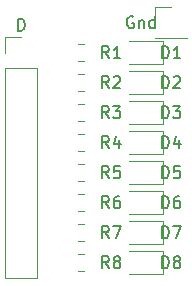
<source format=gbr>
%TF.GenerationSoftware,KiCad,Pcbnew,(5.1.8)-1*%
%TF.CreationDate,2023-01-12T00:20:28+03:00*%
%TF.ProjectId,LED8,4c454438-2e6b-4696-9361-645f70636258,rev?*%
%TF.SameCoordinates,Original*%
%TF.FileFunction,Legend,Top*%
%TF.FilePolarity,Positive*%
%FSLAX46Y46*%
G04 Gerber Fmt 4.6, Leading zero omitted, Abs format (unit mm)*
G04 Created by KiCad (PCBNEW (5.1.8)-1) date 2023-01-12 00:20:28*
%MOMM*%
%LPD*%
G01*
G04 APERTURE LIST*
%ADD10C,0.120000*%
%ADD11C,0.150000*%
G04 APERTURE END LIST*
D10*
%TO.C,D1*%
X78060000Y-24440000D02*
X75200000Y-24440000D01*
X78060000Y-26360000D02*
X78060000Y-24440000D01*
X75200000Y-26360000D02*
X78060000Y-26360000D01*
%TO.C,D2*%
X75200000Y-28900000D02*
X78060000Y-28900000D01*
X78060000Y-28900000D02*
X78060000Y-26980000D01*
X78060000Y-26980000D02*
X75200000Y-26980000D01*
%TO.C,D3*%
X78060000Y-29520000D02*
X75200000Y-29520000D01*
X78060000Y-31440000D02*
X78060000Y-29520000D01*
X75200000Y-31440000D02*
X78060000Y-31440000D01*
%TO.C,D4*%
X75200000Y-33980000D02*
X78060000Y-33980000D01*
X78060000Y-33980000D02*
X78060000Y-32060000D01*
X78060000Y-32060000D02*
X75200000Y-32060000D01*
%TO.C,D5*%
X75200000Y-36520000D02*
X78060000Y-36520000D01*
X78060000Y-36520000D02*
X78060000Y-34600000D01*
X78060000Y-34600000D02*
X75200000Y-34600000D01*
%TO.C,D6*%
X78060000Y-37140000D02*
X75200000Y-37140000D01*
X78060000Y-39060000D02*
X78060000Y-37140000D01*
X75200000Y-39060000D02*
X78060000Y-39060000D01*
%TO.C,D7*%
X75200000Y-41600000D02*
X78060000Y-41600000D01*
X78060000Y-41600000D02*
X78060000Y-39680000D01*
X78060000Y-39680000D02*
X75200000Y-39680000D01*
%TO.C,D8*%
X78060000Y-42220000D02*
X75200000Y-42220000D01*
X78060000Y-44140000D02*
X78060000Y-42220000D01*
X75200000Y-44140000D02*
X78060000Y-44140000D01*
%TO.C,D*%
X64710000Y-44510000D02*
X67370000Y-44510000D01*
X64710000Y-26670000D02*
X64710000Y-44510000D01*
X67370000Y-26670000D02*
X67370000Y-44510000D01*
X64710000Y-26670000D02*
X67370000Y-26670000D01*
X64710000Y-25400000D02*
X64710000Y-24070000D01*
X64710000Y-24070000D02*
X66040000Y-24070000D01*
%TO.C,Gnd*%
X77410000Y-24190000D02*
X80070000Y-24190000D01*
X77410000Y-24130000D02*
X77410000Y-24190000D01*
X80070000Y-24130000D02*
X80070000Y-24190000D01*
X77410000Y-24130000D02*
X80070000Y-24130000D01*
X77410000Y-22860000D02*
X77410000Y-21530000D01*
X77410000Y-21530000D02*
X78740000Y-21530000D01*
%TO.C,R1*%
X71347064Y-24665000D02*
X70892936Y-24665000D01*
X71347064Y-26135000D02*
X70892936Y-26135000D01*
%TO.C,R2*%
X71347064Y-27205000D02*
X70892936Y-27205000D01*
X71347064Y-28675000D02*
X70892936Y-28675000D01*
%TO.C,R3*%
X71347064Y-29745000D02*
X70892936Y-29745000D01*
X71347064Y-31215000D02*
X70892936Y-31215000D01*
%TO.C,R4*%
X71347064Y-33755000D02*
X70892936Y-33755000D01*
X71347064Y-32285000D02*
X70892936Y-32285000D01*
%TO.C,R5*%
X71347064Y-36295000D02*
X70892936Y-36295000D01*
X71347064Y-34825000D02*
X70892936Y-34825000D01*
%TO.C,R6*%
X71347064Y-37365000D02*
X70892936Y-37365000D01*
X71347064Y-38835000D02*
X70892936Y-38835000D01*
%TO.C,R7*%
X71347064Y-41375000D02*
X70892936Y-41375000D01*
X71347064Y-39905000D02*
X70892936Y-39905000D01*
%TO.C,R8*%
X71347064Y-43915000D02*
X70892936Y-43915000D01*
X71347064Y-42445000D02*
X70892936Y-42445000D01*
%TO.C,D1*%
D11*
X78001904Y-25852380D02*
X78001904Y-24852380D01*
X78240000Y-24852380D01*
X78382857Y-24900000D01*
X78478095Y-24995238D01*
X78525714Y-25090476D01*
X78573333Y-25280952D01*
X78573333Y-25423809D01*
X78525714Y-25614285D01*
X78478095Y-25709523D01*
X78382857Y-25804761D01*
X78240000Y-25852380D01*
X78001904Y-25852380D01*
X79525714Y-25852380D02*
X78954285Y-25852380D01*
X79240000Y-25852380D02*
X79240000Y-24852380D01*
X79144761Y-24995238D01*
X79049523Y-25090476D01*
X78954285Y-25138095D01*
%TO.C,D2*%
X78001904Y-28392380D02*
X78001904Y-27392380D01*
X78240000Y-27392380D01*
X78382857Y-27440000D01*
X78478095Y-27535238D01*
X78525714Y-27630476D01*
X78573333Y-27820952D01*
X78573333Y-27963809D01*
X78525714Y-28154285D01*
X78478095Y-28249523D01*
X78382857Y-28344761D01*
X78240000Y-28392380D01*
X78001904Y-28392380D01*
X78954285Y-27487619D02*
X79001904Y-27440000D01*
X79097142Y-27392380D01*
X79335238Y-27392380D01*
X79430476Y-27440000D01*
X79478095Y-27487619D01*
X79525714Y-27582857D01*
X79525714Y-27678095D01*
X79478095Y-27820952D01*
X78906666Y-28392380D01*
X79525714Y-28392380D01*
%TO.C,D3*%
X78001904Y-30932380D02*
X78001904Y-29932380D01*
X78240000Y-29932380D01*
X78382857Y-29980000D01*
X78478095Y-30075238D01*
X78525714Y-30170476D01*
X78573333Y-30360952D01*
X78573333Y-30503809D01*
X78525714Y-30694285D01*
X78478095Y-30789523D01*
X78382857Y-30884761D01*
X78240000Y-30932380D01*
X78001904Y-30932380D01*
X78906666Y-29932380D02*
X79525714Y-29932380D01*
X79192380Y-30313333D01*
X79335238Y-30313333D01*
X79430476Y-30360952D01*
X79478095Y-30408571D01*
X79525714Y-30503809D01*
X79525714Y-30741904D01*
X79478095Y-30837142D01*
X79430476Y-30884761D01*
X79335238Y-30932380D01*
X79049523Y-30932380D01*
X78954285Y-30884761D01*
X78906666Y-30837142D01*
%TO.C,D4*%
X78001904Y-33472380D02*
X78001904Y-32472380D01*
X78240000Y-32472380D01*
X78382857Y-32520000D01*
X78478095Y-32615238D01*
X78525714Y-32710476D01*
X78573333Y-32900952D01*
X78573333Y-33043809D01*
X78525714Y-33234285D01*
X78478095Y-33329523D01*
X78382857Y-33424761D01*
X78240000Y-33472380D01*
X78001904Y-33472380D01*
X79430476Y-32805714D02*
X79430476Y-33472380D01*
X79192380Y-32424761D02*
X78954285Y-33139047D01*
X79573333Y-33139047D01*
%TO.C,D5*%
X78001904Y-36012380D02*
X78001904Y-35012380D01*
X78240000Y-35012380D01*
X78382857Y-35060000D01*
X78478095Y-35155238D01*
X78525714Y-35250476D01*
X78573333Y-35440952D01*
X78573333Y-35583809D01*
X78525714Y-35774285D01*
X78478095Y-35869523D01*
X78382857Y-35964761D01*
X78240000Y-36012380D01*
X78001904Y-36012380D01*
X79478095Y-35012380D02*
X79001904Y-35012380D01*
X78954285Y-35488571D01*
X79001904Y-35440952D01*
X79097142Y-35393333D01*
X79335238Y-35393333D01*
X79430476Y-35440952D01*
X79478095Y-35488571D01*
X79525714Y-35583809D01*
X79525714Y-35821904D01*
X79478095Y-35917142D01*
X79430476Y-35964761D01*
X79335238Y-36012380D01*
X79097142Y-36012380D01*
X79001904Y-35964761D01*
X78954285Y-35917142D01*
%TO.C,D6*%
X78001904Y-38552380D02*
X78001904Y-37552380D01*
X78240000Y-37552380D01*
X78382857Y-37600000D01*
X78478095Y-37695238D01*
X78525714Y-37790476D01*
X78573333Y-37980952D01*
X78573333Y-38123809D01*
X78525714Y-38314285D01*
X78478095Y-38409523D01*
X78382857Y-38504761D01*
X78240000Y-38552380D01*
X78001904Y-38552380D01*
X79430476Y-37552380D02*
X79240000Y-37552380D01*
X79144761Y-37600000D01*
X79097142Y-37647619D01*
X79001904Y-37790476D01*
X78954285Y-37980952D01*
X78954285Y-38361904D01*
X79001904Y-38457142D01*
X79049523Y-38504761D01*
X79144761Y-38552380D01*
X79335238Y-38552380D01*
X79430476Y-38504761D01*
X79478095Y-38457142D01*
X79525714Y-38361904D01*
X79525714Y-38123809D01*
X79478095Y-38028571D01*
X79430476Y-37980952D01*
X79335238Y-37933333D01*
X79144761Y-37933333D01*
X79049523Y-37980952D01*
X79001904Y-38028571D01*
X78954285Y-38123809D01*
%TO.C,D7*%
X78001904Y-41092380D02*
X78001904Y-40092380D01*
X78240000Y-40092380D01*
X78382857Y-40140000D01*
X78478095Y-40235238D01*
X78525714Y-40330476D01*
X78573333Y-40520952D01*
X78573333Y-40663809D01*
X78525714Y-40854285D01*
X78478095Y-40949523D01*
X78382857Y-41044761D01*
X78240000Y-41092380D01*
X78001904Y-41092380D01*
X78906666Y-40092380D02*
X79573333Y-40092380D01*
X79144761Y-41092380D01*
%TO.C,D8*%
X78001904Y-43632380D02*
X78001904Y-42632380D01*
X78240000Y-42632380D01*
X78382857Y-42680000D01*
X78478095Y-42775238D01*
X78525714Y-42870476D01*
X78573333Y-43060952D01*
X78573333Y-43203809D01*
X78525714Y-43394285D01*
X78478095Y-43489523D01*
X78382857Y-43584761D01*
X78240000Y-43632380D01*
X78001904Y-43632380D01*
X79144761Y-43060952D02*
X79049523Y-43013333D01*
X79001904Y-42965714D01*
X78954285Y-42870476D01*
X78954285Y-42822857D01*
X79001904Y-42727619D01*
X79049523Y-42680000D01*
X79144761Y-42632380D01*
X79335238Y-42632380D01*
X79430476Y-42680000D01*
X79478095Y-42727619D01*
X79525714Y-42822857D01*
X79525714Y-42870476D01*
X79478095Y-42965714D01*
X79430476Y-43013333D01*
X79335238Y-43060952D01*
X79144761Y-43060952D01*
X79049523Y-43108571D01*
X79001904Y-43156190D01*
X78954285Y-43251428D01*
X78954285Y-43441904D01*
X79001904Y-43537142D01*
X79049523Y-43584761D01*
X79144761Y-43632380D01*
X79335238Y-43632380D01*
X79430476Y-43584761D01*
X79478095Y-43537142D01*
X79525714Y-43441904D01*
X79525714Y-43251428D01*
X79478095Y-43156190D01*
X79430476Y-43108571D01*
X79335238Y-43060952D01*
%TO.C,D*%
X65778095Y-23522380D02*
X65778095Y-22522380D01*
X66016190Y-22522380D01*
X66159047Y-22570000D01*
X66254285Y-22665238D01*
X66301904Y-22760476D01*
X66349523Y-22950952D01*
X66349523Y-23093809D01*
X66301904Y-23284285D01*
X66254285Y-23379523D01*
X66159047Y-23474761D01*
X66016190Y-23522380D01*
X65778095Y-23522380D01*
%TO.C,Gnd*%
X75557142Y-22360000D02*
X75461904Y-22312380D01*
X75319047Y-22312380D01*
X75176190Y-22360000D01*
X75080952Y-22455238D01*
X75033333Y-22550476D01*
X74985714Y-22740952D01*
X74985714Y-22883809D01*
X75033333Y-23074285D01*
X75080952Y-23169523D01*
X75176190Y-23264761D01*
X75319047Y-23312380D01*
X75414285Y-23312380D01*
X75557142Y-23264761D01*
X75604761Y-23217142D01*
X75604761Y-22883809D01*
X75414285Y-22883809D01*
X76033333Y-22645714D02*
X76033333Y-23312380D01*
X76033333Y-22740952D02*
X76080952Y-22693333D01*
X76176190Y-22645714D01*
X76319047Y-22645714D01*
X76414285Y-22693333D01*
X76461904Y-22788571D01*
X76461904Y-23312380D01*
X77366666Y-23312380D02*
X77366666Y-22312380D01*
X77366666Y-23264761D02*
X77271428Y-23312380D01*
X77080952Y-23312380D01*
X76985714Y-23264761D01*
X76938095Y-23217142D01*
X76890476Y-23121904D01*
X76890476Y-22836190D01*
X76938095Y-22740952D01*
X76985714Y-22693333D01*
X77080952Y-22645714D01*
X77271428Y-22645714D01*
X77366666Y-22693333D01*
%TO.C,R1*%
X73493333Y-25852380D02*
X73160000Y-25376190D01*
X72921904Y-25852380D02*
X72921904Y-24852380D01*
X73302857Y-24852380D01*
X73398095Y-24900000D01*
X73445714Y-24947619D01*
X73493333Y-25042857D01*
X73493333Y-25185714D01*
X73445714Y-25280952D01*
X73398095Y-25328571D01*
X73302857Y-25376190D01*
X72921904Y-25376190D01*
X74445714Y-25852380D02*
X73874285Y-25852380D01*
X74160000Y-25852380D02*
X74160000Y-24852380D01*
X74064761Y-24995238D01*
X73969523Y-25090476D01*
X73874285Y-25138095D01*
%TO.C,R2*%
X73493333Y-28392380D02*
X73160000Y-27916190D01*
X72921904Y-28392380D02*
X72921904Y-27392380D01*
X73302857Y-27392380D01*
X73398095Y-27440000D01*
X73445714Y-27487619D01*
X73493333Y-27582857D01*
X73493333Y-27725714D01*
X73445714Y-27820952D01*
X73398095Y-27868571D01*
X73302857Y-27916190D01*
X72921904Y-27916190D01*
X73874285Y-27487619D02*
X73921904Y-27440000D01*
X74017142Y-27392380D01*
X74255238Y-27392380D01*
X74350476Y-27440000D01*
X74398095Y-27487619D01*
X74445714Y-27582857D01*
X74445714Y-27678095D01*
X74398095Y-27820952D01*
X73826666Y-28392380D01*
X74445714Y-28392380D01*
%TO.C,R3*%
X73493333Y-30932380D02*
X73160000Y-30456190D01*
X72921904Y-30932380D02*
X72921904Y-29932380D01*
X73302857Y-29932380D01*
X73398095Y-29980000D01*
X73445714Y-30027619D01*
X73493333Y-30122857D01*
X73493333Y-30265714D01*
X73445714Y-30360952D01*
X73398095Y-30408571D01*
X73302857Y-30456190D01*
X72921904Y-30456190D01*
X73826666Y-29932380D02*
X74445714Y-29932380D01*
X74112380Y-30313333D01*
X74255238Y-30313333D01*
X74350476Y-30360952D01*
X74398095Y-30408571D01*
X74445714Y-30503809D01*
X74445714Y-30741904D01*
X74398095Y-30837142D01*
X74350476Y-30884761D01*
X74255238Y-30932380D01*
X73969523Y-30932380D01*
X73874285Y-30884761D01*
X73826666Y-30837142D01*
%TO.C,R4*%
X73493333Y-33472380D02*
X73160000Y-32996190D01*
X72921904Y-33472380D02*
X72921904Y-32472380D01*
X73302857Y-32472380D01*
X73398095Y-32520000D01*
X73445714Y-32567619D01*
X73493333Y-32662857D01*
X73493333Y-32805714D01*
X73445714Y-32900952D01*
X73398095Y-32948571D01*
X73302857Y-32996190D01*
X72921904Y-32996190D01*
X74350476Y-32805714D02*
X74350476Y-33472380D01*
X74112380Y-32424761D02*
X73874285Y-33139047D01*
X74493333Y-33139047D01*
%TO.C,R5*%
X73493333Y-36012380D02*
X73160000Y-35536190D01*
X72921904Y-36012380D02*
X72921904Y-35012380D01*
X73302857Y-35012380D01*
X73398095Y-35060000D01*
X73445714Y-35107619D01*
X73493333Y-35202857D01*
X73493333Y-35345714D01*
X73445714Y-35440952D01*
X73398095Y-35488571D01*
X73302857Y-35536190D01*
X72921904Y-35536190D01*
X74398095Y-35012380D02*
X73921904Y-35012380D01*
X73874285Y-35488571D01*
X73921904Y-35440952D01*
X74017142Y-35393333D01*
X74255238Y-35393333D01*
X74350476Y-35440952D01*
X74398095Y-35488571D01*
X74445714Y-35583809D01*
X74445714Y-35821904D01*
X74398095Y-35917142D01*
X74350476Y-35964761D01*
X74255238Y-36012380D01*
X74017142Y-36012380D01*
X73921904Y-35964761D01*
X73874285Y-35917142D01*
%TO.C,R6*%
X73493333Y-38552380D02*
X73160000Y-38076190D01*
X72921904Y-38552380D02*
X72921904Y-37552380D01*
X73302857Y-37552380D01*
X73398095Y-37600000D01*
X73445714Y-37647619D01*
X73493333Y-37742857D01*
X73493333Y-37885714D01*
X73445714Y-37980952D01*
X73398095Y-38028571D01*
X73302857Y-38076190D01*
X72921904Y-38076190D01*
X74350476Y-37552380D02*
X74160000Y-37552380D01*
X74064761Y-37600000D01*
X74017142Y-37647619D01*
X73921904Y-37790476D01*
X73874285Y-37980952D01*
X73874285Y-38361904D01*
X73921904Y-38457142D01*
X73969523Y-38504761D01*
X74064761Y-38552380D01*
X74255238Y-38552380D01*
X74350476Y-38504761D01*
X74398095Y-38457142D01*
X74445714Y-38361904D01*
X74445714Y-38123809D01*
X74398095Y-38028571D01*
X74350476Y-37980952D01*
X74255238Y-37933333D01*
X74064761Y-37933333D01*
X73969523Y-37980952D01*
X73921904Y-38028571D01*
X73874285Y-38123809D01*
%TO.C,R7*%
X73493333Y-41092380D02*
X73160000Y-40616190D01*
X72921904Y-41092380D02*
X72921904Y-40092380D01*
X73302857Y-40092380D01*
X73398095Y-40140000D01*
X73445714Y-40187619D01*
X73493333Y-40282857D01*
X73493333Y-40425714D01*
X73445714Y-40520952D01*
X73398095Y-40568571D01*
X73302857Y-40616190D01*
X72921904Y-40616190D01*
X73826666Y-40092380D02*
X74493333Y-40092380D01*
X74064761Y-41092380D01*
%TO.C,R8*%
X73493333Y-43632380D02*
X73160000Y-43156190D01*
X72921904Y-43632380D02*
X72921904Y-42632380D01*
X73302857Y-42632380D01*
X73398095Y-42680000D01*
X73445714Y-42727619D01*
X73493333Y-42822857D01*
X73493333Y-42965714D01*
X73445714Y-43060952D01*
X73398095Y-43108571D01*
X73302857Y-43156190D01*
X72921904Y-43156190D01*
X74064761Y-43060952D02*
X73969523Y-43013333D01*
X73921904Y-42965714D01*
X73874285Y-42870476D01*
X73874285Y-42822857D01*
X73921904Y-42727619D01*
X73969523Y-42680000D01*
X74064761Y-42632380D01*
X74255238Y-42632380D01*
X74350476Y-42680000D01*
X74398095Y-42727619D01*
X74445714Y-42822857D01*
X74445714Y-42870476D01*
X74398095Y-42965714D01*
X74350476Y-43013333D01*
X74255238Y-43060952D01*
X74064761Y-43060952D01*
X73969523Y-43108571D01*
X73921904Y-43156190D01*
X73874285Y-43251428D01*
X73874285Y-43441904D01*
X73921904Y-43537142D01*
X73969523Y-43584761D01*
X74064761Y-43632380D01*
X74255238Y-43632380D01*
X74350476Y-43584761D01*
X74398095Y-43537142D01*
X74445714Y-43441904D01*
X74445714Y-43251428D01*
X74398095Y-43156190D01*
X74350476Y-43108571D01*
X74255238Y-43060952D01*
%TD*%
M02*

</source>
